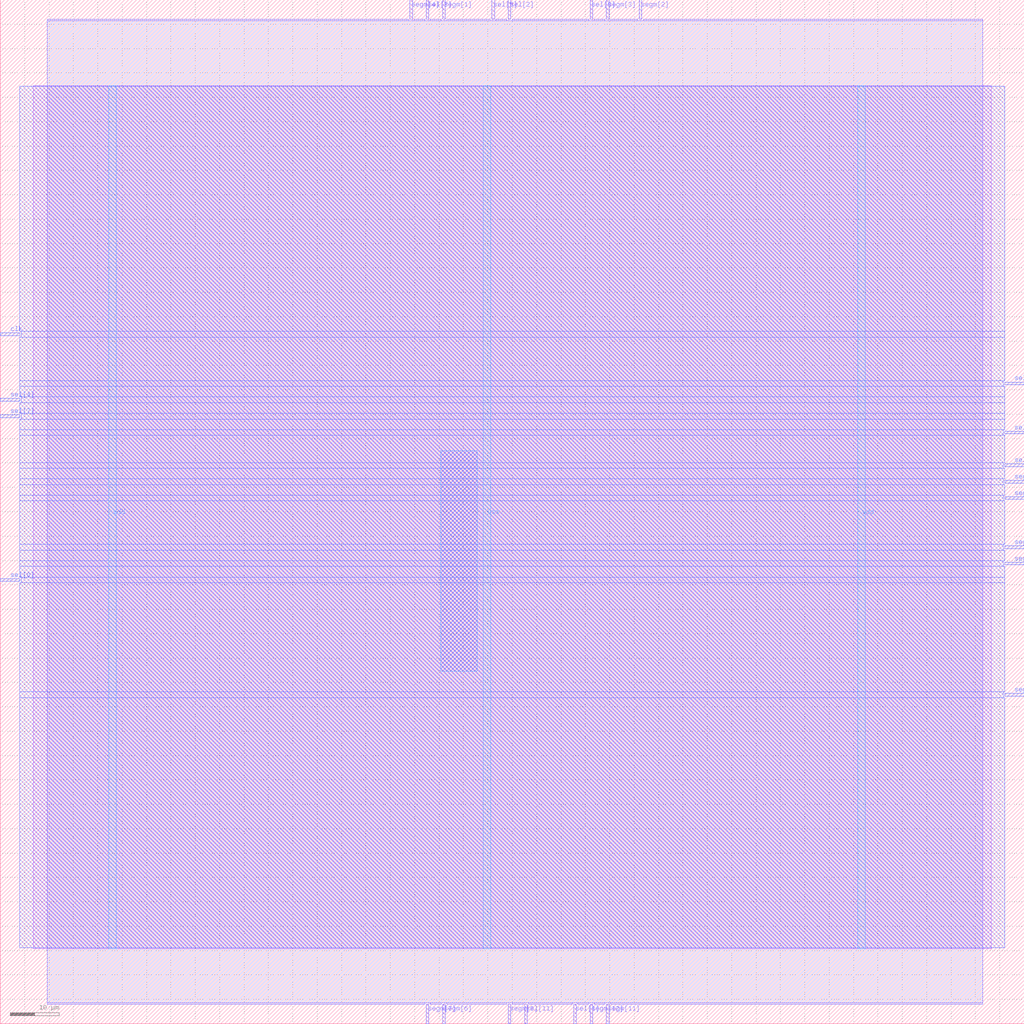
<source format=lef>
VERSION 5.7 ;
  NOWIREEXTENSIONATPIN ON ;
  DIVIDERCHAR "/" ;
  BUSBITCHARS "[]" ;
MACRO ita56
  CLASS BLOCK ;
  FOREIGN ita56 ;
  ORIGIN 0.000 0.000 ;
  SIZE 210.000 BY 210.000 ;
  PIN clk
    DIRECTION INPUT ;
    USE SIGNAL ;
    ANTENNAGATEAREA 4.738000 ;
    ANTENNADIFFAREA 0.410400 ;
    PORT
      LAYER Metal3 ;
        RECT 0.000 141.120 4.000 141.680 ;
    END
  END clk
  PIN segm[0]
    DIRECTION OUTPUT TRISTATE ;
    USE SIGNAL ;
    ANTENNADIFFAREA 4.731200 ;
    PORT
      LAYER Metal2 ;
        RECT 104.160 0.000 104.720 4.000 ;
    END
  END segm[0]
  PIN segm[10]
    DIRECTION OUTPUT TRISTATE ;
    USE SIGNAL ;
    ANTENNADIFFAREA 4.731200 ;
    PORT
      LAYER Metal3 ;
        RECT 206.000 97.440 210.000 98.000 ;
    END
  END segm[10]
  PIN segm[11]
    DIRECTION OUTPUT TRISTATE ;
    USE SIGNAL ;
    ANTENNADIFFAREA 4.731200 ;
    PORT
      LAYER Metal2 ;
        RECT 124.320 0.000 124.880 4.000 ;
    END
  END segm[11]
  PIN segm[12]
    DIRECTION OUTPUT TRISTATE ;
    USE SIGNAL ;
    ANTENNADIFFAREA 4.731200 ;
    PORT
      LAYER Metal2 ;
        RECT 120.960 0.000 121.520 4.000 ;
    END
  END segm[12]
  PIN segm[13]
    DIRECTION OUTPUT TRISTATE ;
    USE SIGNAL ;
    ANTENNADIFFAREA 4.731200 ;
    PORT
      LAYER Metal3 ;
        RECT 206.000 107.520 210.000 108.080 ;
    END
  END segm[13]
  PIN segm[1]
    DIRECTION OUTPUT TRISTATE ;
    USE SIGNAL ;
    ANTENNADIFFAREA 4.731200 ;
    PORT
      LAYER Metal2 ;
        RECT 90.720 206.000 91.280 210.000 ;
    END
  END segm[1]
  PIN segm[2]
    DIRECTION OUTPUT TRISTATE ;
    USE SIGNAL ;
    ANTENNADIFFAREA 0.360800 ;
    PORT
      LAYER Metal2 ;
        RECT 131.040 206.000 131.600 210.000 ;
    END
  END segm[2]
  PIN segm[3]
    DIRECTION OUTPUT TRISTATE ;
    USE SIGNAL ;
    ANTENNADIFFAREA 4.731200 ;
    PORT
      LAYER Metal2 ;
        RECT 124.320 206.000 124.880 210.000 ;
    END
  END segm[3]
  PIN segm[4]
    DIRECTION OUTPUT TRISTATE ;
    USE SIGNAL ;
    ANTENNADIFFAREA 4.731200 ;
    PORT
      LAYER Metal2 ;
        RECT 84.000 206.000 84.560 210.000 ;
    END
  END segm[4]
  PIN segm[5]
    DIRECTION OUTPUT TRISTATE ;
    USE SIGNAL ;
    ANTENNADIFFAREA 0.360800 ;
    PORT
      LAYER Metal3 ;
        RECT 206.000 67.200 210.000 67.760 ;
    END
  END segm[5]
  PIN segm[6]
    DIRECTION OUTPUT TRISTATE ;
    USE SIGNAL ;
    ANTENNADIFFAREA 4.731200 ;
    PORT
      LAYER Metal2 ;
        RECT 90.720 0.000 91.280 4.000 ;
    END
  END segm[6]
  PIN segm[7]
    DIRECTION OUTPUT TRISTATE ;
    USE SIGNAL ;
    ANTENNADIFFAREA 4.731200 ;
    PORT
      LAYER Metal2 ;
        RECT 87.360 0.000 87.920 4.000 ;
    END
  END segm[7]
  PIN segm[8]
    DIRECTION OUTPUT TRISTATE ;
    USE SIGNAL ;
    ANTENNADIFFAREA 4.731200 ;
    PORT
      LAYER Metal3 ;
        RECT 206.000 110.880 210.000 111.440 ;
    END
  END segm[8]
  PIN segm[9]
    DIRECTION OUTPUT TRISTATE ;
    USE SIGNAL ;
    ANTENNADIFFAREA 4.731200 ;
    PORT
      LAYER Metal3 ;
        RECT 206.000 94.080 210.000 94.640 ;
    END
  END segm[9]
  PIN sel[0]
    DIRECTION OUTPUT TRISTATE ;
    USE SIGNAL ;
    ANTENNADIFFAREA 4.731200 ;
    PORT
      LAYER Metal3 ;
        RECT 0.000 90.720 4.000 91.280 ;
    END
  END sel[0]
  PIN sel[10]
    DIRECTION OUTPUT TRISTATE ;
    USE SIGNAL ;
    ANTENNADIFFAREA 4.731200 ;
    PORT
      LAYER Metal3 ;
        RECT 206.000 131.040 210.000 131.600 ;
    END
  END sel[10]
  PIN sel[11]
    DIRECTION OUTPUT TRISTATE ;
    USE SIGNAL ;
    ANTENNADIFFAREA 4.731200 ;
    PORT
      LAYER Metal2 ;
        RECT 107.520 0.000 108.080 4.000 ;
    END
  END sel[11]
  PIN sel[1]
    DIRECTION OUTPUT TRISTATE ;
    USE SIGNAL ;
    ANTENNADIFFAREA 4.731200 ;
    PORT
      LAYER Metal2 ;
        RECT 117.600 0.000 118.160 4.000 ;
    END
  END sel[1]
  PIN sel[2]
    DIRECTION OUTPUT TRISTATE ;
    USE SIGNAL ;
    ANTENNADIFFAREA 4.731200 ;
    PORT
      LAYER Metal2 ;
        RECT 104.160 206.000 104.720 210.000 ;
    END
  END sel[2]
  PIN sel[3]
    DIRECTION OUTPUT TRISTATE ;
    USE SIGNAL ;
    ANTENNADIFFAREA 4.731200 ;
    PORT
      LAYER Metal2 ;
        RECT 87.360 206.000 87.920 210.000 ;
    END
  END sel[3]
  PIN sel[4]
    DIRECTION OUTPUT TRISTATE ;
    USE SIGNAL ;
    ANTENNADIFFAREA 4.731200 ;
    PORT
      LAYER Metal3 ;
        RECT 0.000 127.680 4.000 128.240 ;
    END
  END sel[4]
  PIN sel[5]
    DIRECTION OUTPUT TRISTATE ;
    USE SIGNAL ;
    ANTENNADIFFAREA 4.731200 ;
    PORT
      LAYER Metal2 ;
        RECT 100.800 206.000 101.360 210.000 ;
    END
  END sel[5]
  PIN sel[6]
    DIRECTION OUTPUT TRISTATE ;
    USE SIGNAL ;
    ANTENNADIFFAREA 4.731200 ;
    PORT
      LAYER Metal3 ;
        RECT 206.000 114.240 210.000 114.800 ;
    END
  END sel[6]
  PIN sel[7]
    DIRECTION OUTPUT TRISTATE ;
    USE SIGNAL ;
    ANTENNADIFFAREA 4.731200 ;
    PORT
      LAYER Metal3 ;
        RECT 0.000 124.320 4.000 124.880 ;
    END
  END sel[7]
  PIN sel[8]
    DIRECTION OUTPUT TRISTATE ;
    USE SIGNAL ;
    ANTENNADIFFAREA 4.731200 ;
    PORT
      LAYER Metal3 ;
        RECT 206.000 120.960 210.000 121.520 ;
    END
  END sel[8]
  PIN sel[9]
    DIRECTION OUTPUT TRISTATE ;
    USE SIGNAL ;
    ANTENNADIFFAREA 4.731200 ;
    PORT
      LAYER Metal2 ;
        RECT 120.960 206.000 121.520 210.000 ;
    END
  END sel[9]
  PIN vdd
    DIRECTION INOUT ;
    USE POWER ;
    PORT
      LAYER Metal4 ;
        RECT 22.240 15.380 23.840 192.380 ;
    END
    PORT
      LAYER Metal4 ;
        RECT 175.840 15.380 177.440 192.380 ;
    END
  END vdd
  PIN vss
    DIRECTION INOUT ;
    USE GROUND ;
    PORT
      LAYER Metal4 ;
        RECT 99.040 15.380 100.640 192.380 ;
    END
  END vss
  OBS
      LAYER Metal1 ;
        RECT 6.720 15.380 203.280 192.380 ;
      LAYER Metal2 ;
        RECT 9.660 205.700 83.700 206.000 ;
        RECT 84.860 205.700 87.060 206.000 ;
        RECT 88.220 205.700 90.420 206.000 ;
        RECT 91.580 205.700 100.500 206.000 ;
        RECT 101.660 205.700 103.860 206.000 ;
        RECT 105.020 205.700 120.660 206.000 ;
        RECT 121.820 205.700 124.020 206.000 ;
        RECT 125.180 205.700 130.740 206.000 ;
        RECT 131.900 205.700 201.460 206.000 ;
        RECT 9.660 4.300 201.460 205.700 ;
        RECT 9.660 4.000 87.060 4.300 ;
        RECT 88.220 4.000 90.420 4.300 ;
        RECT 91.580 4.000 103.860 4.300 ;
        RECT 105.020 4.000 107.220 4.300 ;
        RECT 108.380 4.000 117.300 4.300 ;
        RECT 118.460 4.000 120.660 4.300 ;
        RECT 121.820 4.000 124.020 4.300 ;
        RECT 125.180 4.000 201.460 4.300 ;
      LAYER Metal3 ;
        RECT 4.000 141.980 206.000 192.220 ;
        RECT 4.300 140.820 206.000 141.980 ;
        RECT 4.000 131.900 206.000 140.820 ;
        RECT 4.000 130.740 205.700 131.900 ;
        RECT 4.000 128.540 206.000 130.740 ;
        RECT 4.300 127.380 206.000 128.540 ;
        RECT 4.000 125.180 206.000 127.380 ;
        RECT 4.300 124.020 206.000 125.180 ;
        RECT 4.000 121.820 206.000 124.020 ;
        RECT 4.000 120.660 205.700 121.820 ;
        RECT 4.000 115.100 206.000 120.660 ;
        RECT 4.000 113.940 205.700 115.100 ;
        RECT 4.000 111.740 206.000 113.940 ;
        RECT 4.000 110.580 205.700 111.740 ;
        RECT 4.000 108.380 206.000 110.580 ;
        RECT 4.000 107.220 205.700 108.380 ;
        RECT 4.000 98.300 206.000 107.220 ;
        RECT 4.000 97.140 205.700 98.300 ;
        RECT 4.000 94.940 206.000 97.140 ;
        RECT 4.000 93.780 205.700 94.940 ;
        RECT 4.000 91.580 206.000 93.780 ;
        RECT 4.300 90.420 206.000 91.580 ;
        RECT 4.000 68.060 206.000 90.420 ;
        RECT 4.000 66.900 205.700 68.060 ;
        RECT 4.000 15.540 206.000 66.900 ;
      LAYER Metal4 ;
        RECT 90.300 72.330 97.860 117.510 ;
  END
END ita56
END LIBRARY


</source>
